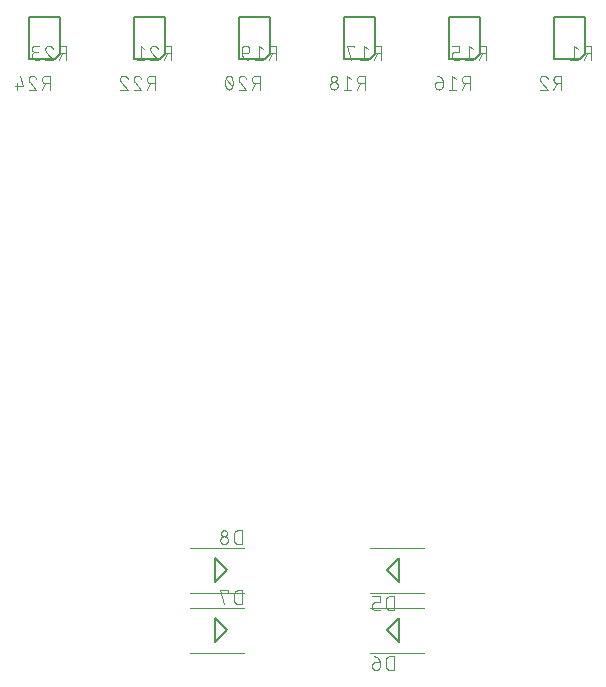
<source format=gbo>
G75*
%MOIN*%
%OFA0B0*%
%FSLAX25Y25*%
%IPPOS*%
%LPD*%
%AMOC8*
5,1,8,0,0,1.08239X$1,22.5*
%
%ADD10C,0.00500*%
%ADD11C,0.00400*%
%ADD12C,0.00800*%
D10*
X0090985Y0244017D02*
X0099843Y0244017D01*
X0101615Y0245788D01*
X0101615Y0258190D01*
X0090985Y0258190D01*
X0090985Y0244017D01*
X0125985Y0244017D02*
X0134843Y0244017D01*
X0136615Y0245788D01*
X0136615Y0258190D01*
X0125985Y0258190D01*
X0125985Y0244017D01*
X0160985Y0244017D02*
X0169843Y0244017D01*
X0171615Y0245788D01*
X0171615Y0258190D01*
X0160985Y0258190D01*
X0160985Y0244017D01*
X0195985Y0244017D02*
X0204843Y0244017D01*
X0206615Y0245788D01*
X0206615Y0258190D01*
X0195985Y0258190D01*
X0195985Y0244017D01*
X0230985Y0244017D02*
X0239843Y0244017D01*
X0241615Y0245788D01*
X0241615Y0258190D01*
X0230985Y0258190D01*
X0230985Y0244017D01*
X0265985Y0244017D02*
X0274843Y0244017D01*
X0276615Y0245788D01*
X0276615Y0258190D01*
X0265985Y0258190D01*
X0265985Y0244017D01*
D11*
X0162700Y0046300D02*
X0144900Y0046300D01*
X0144900Y0061300D02*
X0162700Y0061300D01*
X0162100Y0062500D02*
X0160822Y0062500D01*
X0160753Y0062502D01*
X0160684Y0062507D01*
X0160615Y0062517D01*
X0160547Y0062530D01*
X0160480Y0062547D01*
X0160414Y0062567D01*
X0160349Y0062591D01*
X0160285Y0062618D01*
X0160223Y0062649D01*
X0160163Y0062683D01*
X0160105Y0062720D01*
X0160049Y0062761D01*
X0159995Y0062804D01*
X0159943Y0062850D01*
X0159894Y0062899D01*
X0159848Y0062951D01*
X0159805Y0063005D01*
X0159764Y0063061D01*
X0159727Y0063119D01*
X0159693Y0063179D01*
X0159662Y0063241D01*
X0159635Y0063305D01*
X0159611Y0063370D01*
X0159591Y0063436D01*
X0159574Y0063503D01*
X0159561Y0063571D01*
X0159551Y0063640D01*
X0159546Y0063709D01*
X0159544Y0063778D01*
X0159544Y0065822D01*
X0159546Y0065891D01*
X0159551Y0065960D01*
X0159561Y0066029D01*
X0159574Y0066097D01*
X0159591Y0066164D01*
X0159611Y0066230D01*
X0159635Y0066295D01*
X0159662Y0066359D01*
X0159693Y0066421D01*
X0159727Y0066481D01*
X0159764Y0066539D01*
X0159805Y0066595D01*
X0159848Y0066649D01*
X0159894Y0066701D01*
X0159943Y0066750D01*
X0159995Y0066796D01*
X0160049Y0066839D01*
X0160105Y0066880D01*
X0160163Y0066917D01*
X0160223Y0066951D01*
X0160285Y0066982D01*
X0160349Y0067009D01*
X0160414Y0067033D01*
X0160480Y0067053D01*
X0160547Y0067070D01*
X0160615Y0067083D01*
X0160684Y0067093D01*
X0160753Y0067098D01*
X0160822Y0067100D01*
X0162100Y0067100D01*
X0162100Y0062500D01*
X0162700Y0066300D02*
X0144900Y0066300D01*
X0154894Y0067100D02*
X0156172Y0062500D01*
X0157450Y0066589D02*
X0157450Y0067100D01*
X0154894Y0067100D01*
X0162700Y0081300D02*
X0144900Y0081300D01*
X0154894Y0083778D02*
X0154896Y0083708D01*
X0154902Y0083637D01*
X0154911Y0083568D01*
X0154925Y0083499D01*
X0154942Y0083430D01*
X0154963Y0083363D01*
X0154988Y0083297D01*
X0155016Y0083233D01*
X0155048Y0083170D01*
X0155083Y0083109D01*
X0155122Y0083050D01*
X0155163Y0082993D01*
X0155208Y0082939D01*
X0155256Y0082887D01*
X0155306Y0082838D01*
X0155360Y0082791D01*
X0155415Y0082748D01*
X0155473Y0082708D01*
X0155533Y0082671D01*
X0155595Y0082638D01*
X0155659Y0082608D01*
X0155724Y0082581D01*
X0155790Y0082558D01*
X0155858Y0082539D01*
X0155927Y0082524D01*
X0155996Y0082512D01*
X0156066Y0082504D01*
X0156137Y0082500D01*
X0156207Y0082500D01*
X0156278Y0082504D01*
X0156348Y0082512D01*
X0156417Y0082524D01*
X0156486Y0082539D01*
X0156554Y0082558D01*
X0156620Y0082581D01*
X0156685Y0082608D01*
X0156749Y0082638D01*
X0156811Y0082671D01*
X0156871Y0082708D01*
X0156929Y0082748D01*
X0156984Y0082791D01*
X0157038Y0082838D01*
X0157088Y0082887D01*
X0157136Y0082939D01*
X0157181Y0082993D01*
X0157222Y0083050D01*
X0157261Y0083109D01*
X0157296Y0083170D01*
X0157328Y0083233D01*
X0157356Y0083297D01*
X0157381Y0083363D01*
X0157402Y0083430D01*
X0157419Y0083499D01*
X0157433Y0083568D01*
X0157442Y0083637D01*
X0157448Y0083708D01*
X0157450Y0083778D01*
X0157448Y0083848D01*
X0157442Y0083919D01*
X0157433Y0083988D01*
X0157419Y0084057D01*
X0157402Y0084126D01*
X0157381Y0084193D01*
X0157356Y0084259D01*
X0157328Y0084323D01*
X0157296Y0084386D01*
X0157261Y0084447D01*
X0157222Y0084506D01*
X0157181Y0084563D01*
X0157136Y0084617D01*
X0157088Y0084669D01*
X0157038Y0084718D01*
X0156984Y0084765D01*
X0156929Y0084808D01*
X0156871Y0084848D01*
X0156811Y0084885D01*
X0156749Y0084918D01*
X0156685Y0084948D01*
X0156620Y0084975D01*
X0156554Y0084998D01*
X0156486Y0085017D01*
X0156417Y0085032D01*
X0156348Y0085044D01*
X0156278Y0085052D01*
X0156207Y0085056D01*
X0156137Y0085056D01*
X0156066Y0085052D01*
X0155996Y0085044D01*
X0155927Y0085032D01*
X0155858Y0085017D01*
X0155790Y0084998D01*
X0155724Y0084975D01*
X0155659Y0084948D01*
X0155595Y0084918D01*
X0155533Y0084885D01*
X0155473Y0084848D01*
X0155415Y0084808D01*
X0155360Y0084765D01*
X0155306Y0084718D01*
X0155256Y0084669D01*
X0155208Y0084617D01*
X0155163Y0084563D01*
X0155122Y0084506D01*
X0155083Y0084447D01*
X0155048Y0084386D01*
X0155016Y0084323D01*
X0154988Y0084259D01*
X0154963Y0084193D01*
X0154942Y0084126D01*
X0154925Y0084057D01*
X0154911Y0083988D01*
X0154902Y0083919D01*
X0154896Y0083848D01*
X0154894Y0083778D01*
X0155150Y0086078D02*
X0155152Y0086015D01*
X0155158Y0085952D01*
X0155167Y0085890D01*
X0155181Y0085829D01*
X0155198Y0085768D01*
X0155219Y0085709D01*
X0155244Y0085651D01*
X0155272Y0085594D01*
X0155303Y0085540D01*
X0155338Y0085488D01*
X0155376Y0085437D01*
X0155417Y0085389D01*
X0155461Y0085344D01*
X0155507Y0085302D01*
X0155556Y0085262D01*
X0155607Y0085226D01*
X0155661Y0085193D01*
X0155716Y0085163D01*
X0155774Y0085137D01*
X0155832Y0085114D01*
X0155892Y0085095D01*
X0155953Y0085080D01*
X0156015Y0085068D01*
X0156078Y0085060D01*
X0156141Y0085056D01*
X0156203Y0085056D01*
X0156266Y0085060D01*
X0156329Y0085068D01*
X0156391Y0085080D01*
X0156452Y0085095D01*
X0156512Y0085114D01*
X0156570Y0085137D01*
X0156628Y0085163D01*
X0156683Y0085193D01*
X0156737Y0085226D01*
X0156788Y0085262D01*
X0156837Y0085302D01*
X0156883Y0085344D01*
X0156927Y0085389D01*
X0156968Y0085437D01*
X0157006Y0085488D01*
X0157041Y0085540D01*
X0157072Y0085594D01*
X0157100Y0085651D01*
X0157125Y0085709D01*
X0157146Y0085768D01*
X0157163Y0085829D01*
X0157177Y0085890D01*
X0157186Y0085952D01*
X0157192Y0086015D01*
X0157194Y0086078D01*
X0157192Y0086141D01*
X0157186Y0086204D01*
X0157177Y0086266D01*
X0157163Y0086327D01*
X0157146Y0086388D01*
X0157125Y0086447D01*
X0157100Y0086505D01*
X0157072Y0086562D01*
X0157041Y0086616D01*
X0157006Y0086668D01*
X0156968Y0086719D01*
X0156927Y0086767D01*
X0156883Y0086812D01*
X0156837Y0086854D01*
X0156788Y0086894D01*
X0156737Y0086930D01*
X0156683Y0086963D01*
X0156628Y0086993D01*
X0156570Y0087019D01*
X0156512Y0087042D01*
X0156452Y0087061D01*
X0156391Y0087076D01*
X0156329Y0087088D01*
X0156266Y0087096D01*
X0156203Y0087100D01*
X0156141Y0087100D01*
X0156078Y0087096D01*
X0156015Y0087088D01*
X0155953Y0087076D01*
X0155892Y0087061D01*
X0155832Y0087042D01*
X0155774Y0087019D01*
X0155716Y0086993D01*
X0155661Y0086963D01*
X0155607Y0086930D01*
X0155556Y0086894D01*
X0155507Y0086854D01*
X0155461Y0086812D01*
X0155417Y0086767D01*
X0155376Y0086719D01*
X0155338Y0086668D01*
X0155303Y0086616D01*
X0155272Y0086562D01*
X0155244Y0086505D01*
X0155219Y0086447D01*
X0155198Y0086388D01*
X0155181Y0086327D01*
X0155167Y0086266D01*
X0155158Y0086204D01*
X0155152Y0086141D01*
X0155150Y0086078D01*
X0159544Y0085822D02*
X0159544Y0083778D01*
X0159546Y0083709D01*
X0159551Y0083640D01*
X0159561Y0083571D01*
X0159574Y0083503D01*
X0159591Y0083436D01*
X0159611Y0083370D01*
X0159635Y0083305D01*
X0159662Y0083241D01*
X0159693Y0083179D01*
X0159727Y0083119D01*
X0159764Y0083061D01*
X0159805Y0083005D01*
X0159848Y0082951D01*
X0159894Y0082899D01*
X0159943Y0082850D01*
X0159995Y0082804D01*
X0160049Y0082761D01*
X0160105Y0082720D01*
X0160163Y0082683D01*
X0160223Y0082649D01*
X0160285Y0082618D01*
X0160349Y0082591D01*
X0160414Y0082567D01*
X0160480Y0082547D01*
X0160547Y0082530D01*
X0160615Y0082517D01*
X0160684Y0082507D01*
X0160753Y0082502D01*
X0160822Y0082500D01*
X0162100Y0082500D01*
X0162100Y0087100D01*
X0160822Y0087100D01*
X0160753Y0087098D01*
X0160684Y0087093D01*
X0160615Y0087083D01*
X0160547Y0087070D01*
X0160480Y0087053D01*
X0160414Y0087033D01*
X0160349Y0087009D01*
X0160285Y0086982D01*
X0160223Y0086951D01*
X0160163Y0086917D01*
X0160105Y0086880D01*
X0160049Y0086839D01*
X0159995Y0086796D01*
X0159943Y0086750D01*
X0159894Y0086701D01*
X0159848Y0086649D01*
X0159805Y0086595D01*
X0159764Y0086539D01*
X0159727Y0086481D01*
X0159693Y0086421D01*
X0159662Y0086359D01*
X0159635Y0086295D01*
X0159611Y0086230D01*
X0159591Y0086164D01*
X0159574Y0086097D01*
X0159561Y0086029D01*
X0159551Y0085960D01*
X0159546Y0085891D01*
X0159544Y0085822D01*
X0204900Y0081300D02*
X0222700Y0081300D01*
X0222700Y0066300D02*
X0204900Y0066300D01*
X0205500Y0065100D02*
X0208056Y0065100D01*
X0208056Y0063056D01*
X0206522Y0063056D01*
X0206522Y0063055D02*
X0206460Y0063053D01*
X0206399Y0063048D01*
X0206338Y0063038D01*
X0206277Y0063025D01*
X0206218Y0063009D01*
X0206160Y0062989D01*
X0206103Y0062965D01*
X0206047Y0062938D01*
X0205993Y0062908D01*
X0205941Y0062874D01*
X0205892Y0062838D01*
X0205844Y0062798D01*
X0205799Y0062756D01*
X0205757Y0062711D01*
X0205717Y0062663D01*
X0205681Y0062614D01*
X0205647Y0062562D01*
X0205617Y0062508D01*
X0205590Y0062452D01*
X0205566Y0062395D01*
X0205546Y0062337D01*
X0205530Y0062278D01*
X0205517Y0062217D01*
X0205507Y0062156D01*
X0205502Y0062095D01*
X0205500Y0062033D01*
X0205500Y0061522D01*
X0204900Y0061300D02*
X0222700Y0061300D01*
X0212706Y0060500D02*
X0211428Y0060500D01*
X0212706Y0060500D02*
X0212706Y0065100D01*
X0211428Y0065100D01*
X0211359Y0065098D01*
X0211290Y0065093D01*
X0211221Y0065083D01*
X0211153Y0065070D01*
X0211086Y0065053D01*
X0211020Y0065033D01*
X0210955Y0065009D01*
X0210891Y0064982D01*
X0210829Y0064951D01*
X0210769Y0064917D01*
X0210711Y0064880D01*
X0210655Y0064839D01*
X0210601Y0064796D01*
X0210549Y0064750D01*
X0210500Y0064701D01*
X0210454Y0064649D01*
X0210411Y0064595D01*
X0210370Y0064539D01*
X0210333Y0064481D01*
X0210299Y0064421D01*
X0210268Y0064359D01*
X0210241Y0064295D01*
X0210217Y0064230D01*
X0210197Y0064164D01*
X0210180Y0064097D01*
X0210167Y0064029D01*
X0210157Y0063960D01*
X0210152Y0063891D01*
X0210150Y0063822D01*
X0210150Y0061778D01*
X0210152Y0061709D01*
X0210157Y0061640D01*
X0210167Y0061571D01*
X0210180Y0061503D01*
X0210197Y0061436D01*
X0210217Y0061370D01*
X0210241Y0061305D01*
X0210268Y0061241D01*
X0210299Y0061179D01*
X0210333Y0061119D01*
X0210370Y0061061D01*
X0210411Y0061005D01*
X0210454Y0060951D01*
X0210500Y0060899D01*
X0210549Y0060850D01*
X0210601Y0060804D01*
X0210655Y0060761D01*
X0210711Y0060720D01*
X0210769Y0060683D01*
X0210829Y0060649D01*
X0210891Y0060618D01*
X0210955Y0060591D01*
X0211020Y0060567D01*
X0211086Y0060547D01*
X0211153Y0060530D01*
X0211221Y0060517D01*
X0211290Y0060507D01*
X0211359Y0060502D01*
X0211428Y0060500D01*
X0208056Y0060500D02*
X0206522Y0060500D01*
X0206460Y0060502D01*
X0206399Y0060507D01*
X0206338Y0060517D01*
X0206277Y0060530D01*
X0206218Y0060546D01*
X0206160Y0060566D01*
X0206103Y0060590D01*
X0206047Y0060617D01*
X0205993Y0060647D01*
X0205941Y0060681D01*
X0205892Y0060717D01*
X0205844Y0060757D01*
X0205799Y0060799D01*
X0205757Y0060844D01*
X0205717Y0060892D01*
X0205681Y0060941D01*
X0205647Y0060993D01*
X0205617Y0061047D01*
X0205590Y0061103D01*
X0205566Y0061160D01*
X0205546Y0061218D01*
X0205530Y0061277D01*
X0205517Y0061338D01*
X0205507Y0061399D01*
X0205502Y0061460D01*
X0205500Y0061522D01*
X0204900Y0046300D02*
X0222700Y0046300D01*
X0212706Y0045100D02*
X0212706Y0040500D01*
X0211428Y0040500D01*
X0211359Y0040502D01*
X0211290Y0040507D01*
X0211221Y0040517D01*
X0211153Y0040530D01*
X0211086Y0040547D01*
X0211020Y0040567D01*
X0210955Y0040591D01*
X0210891Y0040618D01*
X0210829Y0040649D01*
X0210769Y0040683D01*
X0210711Y0040720D01*
X0210655Y0040761D01*
X0210601Y0040804D01*
X0210549Y0040850D01*
X0210500Y0040899D01*
X0210454Y0040951D01*
X0210411Y0041005D01*
X0210370Y0041061D01*
X0210333Y0041119D01*
X0210299Y0041179D01*
X0210268Y0041241D01*
X0210241Y0041305D01*
X0210217Y0041370D01*
X0210197Y0041436D01*
X0210180Y0041503D01*
X0210167Y0041571D01*
X0210157Y0041640D01*
X0210152Y0041709D01*
X0210150Y0041778D01*
X0210150Y0043822D01*
X0210152Y0043891D01*
X0210157Y0043960D01*
X0210167Y0044029D01*
X0210180Y0044097D01*
X0210197Y0044164D01*
X0210217Y0044230D01*
X0210241Y0044295D01*
X0210268Y0044359D01*
X0210299Y0044421D01*
X0210333Y0044481D01*
X0210370Y0044539D01*
X0210411Y0044595D01*
X0210454Y0044649D01*
X0210500Y0044701D01*
X0210549Y0044750D01*
X0210601Y0044796D01*
X0210655Y0044839D01*
X0210711Y0044880D01*
X0210769Y0044917D01*
X0210829Y0044951D01*
X0210891Y0044982D01*
X0210955Y0045009D01*
X0211020Y0045033D01*
X0211086Y0045053D01*
X0211153Y0045070D01*
X0211221Y0045083D01*
X0211290Y0045093D01*
X0211359Y0045098D01*
X0211428Y0045100D01*
X0212706Y0045100D01*
X0208056Y0043056D02*
X0208056Y0041778D01*
X0208056Y0043056D02*
X0206522Y0043056D01*
X0208055Y0043056D02*
X0208053Y0043145D01*
X0208047Y0043234D01*
X0208038Y0043323D01*
X0208024Y0043411D01*
X0208007Y0043498D01*
X0207985Y0043585D01*
X0207960Y0043671D01*
X0207932Y0043755D01*
X0207899Y0043838D01*
X0207863Y0043920D01*
X0207824Y0044000D01*
X0207781Y0044078D01*
X0207735Y0044154D01*
X0207685Y0044228D01*
X0207633Y0044300D01*
X0207577Y0044370D01*
X0207518Y0044437D01*
X0207456Y0044501D01*
X0207392Y0044563D01*
X0207325Y0044622D01*
X0207255Y0044678D01*
X0207183Y0044730D01*
X0207109Y0044780D01*
X0207033Y0044826D01*
X0206955Y0044869D01*
X0206875Y0044908D01*
X0206793Y0044944D01*
X0206710Y0044977D01*
X0206626Y0045005D01*
X0206540Y0045030D01*
X0206453Y0045052D01*
X0206366Y0045069D01*
X0206278Y0045083D01*
X0206189Y0045092D01*
X0206100Y0045098D01*
X0206011Y0045100D01*
X0205500Y0042033D02*
X0205500Y0041778D01*
X0205500Y0042033D02*
X0205502Y0042095D01*
X0205507Y0042156D01*
X0205517Y0042217D01*
X0205530Y0042278D01*
X0205546Y0042337D01*
X0205566Y0042395D01*
X0205590Y0042452D01*
X0205617Y0042508D01*
X0205647Y0042562D01*
X0205681Y0042614D01*
X0205717Y0042663D01*
X0205757Y0042711D01*
X0205799Y0042756D01*
X0205844Y0042798D01*
X0205892Y0042838D01*
X0205941Y0042874D01*
X0205993Y0042908D01*
X0206047Y0042938D01*
X0206103Y0042965D01*
X0206160Y0042989D01*
X0206218Y0043009D01*
X0206277Y0043025D01*
X0206338Y0043038D01*
X0206399Y0043048D01*
X0206460Y0043053D01*
X0206522Y0043055D01*
X0205500Y0041778D02*
X0205502Y0041708D01*
X0205508Y0041637D01*
X0205517Y0041568D01*
X0205531Y0041499D01*
X0205548Y0041430D01*
X0205569Y0041363D01*
X0205594Y0041297D01*
X0205622Y0041233D01*
X0205654Y0041170D01*
X0205689Y0041109D01*
X0205728Y0041050D01*
X0205769Y0040993D01*
X0205814Y0040939D01*
X0205862Y0040887D01*
X0205912Y0040838D01*
X0205966Y0040791D01*
X0206021Y0040748D01*
X0206079Y0040708D01*
X0206139Y0040671D01*
X0206201Y0040638D01*
X0206265Y0040608D01*
X0206330Y0040581D01*
X0206396Y0040558D01*
X0206464Y0040539D01*
X0206533Y0040524D01*
X0206602Y0040512D01*
X0206672Y0040504D01*
X0206743Y0040500D01*
X0206813Y0040500D01*
X0206884Y0040504D01*
X0206954Y0040512D01*
X0207023Y0040524D01*
X0207092Y0040539D01*
X0207160Y0040558D01*
X0207226Y0040581D01*
X0207291Y0040608D01*
X0207355Y0040638D01*
X0207417Y0040671D01*
X0207477Y0040708D01*
X0207535Y0040748D01*
X0207590Y0040791D01*
X0207644Y0040838D01*
X0207694Y0040887D01*
X0207742Y0040939D01*
X0207787Y0040993D01*
X0207828Y0041050D01*
X0207867Y0041109D01*
X0207902Y0041170D01*
X0207934Y0041233D01*
X0207962Y0041297D01*
X0207987Y0041363D01*
X0208008Y0041430D01*
X0208025Y0041499D01*
X0208039Y0041568D01*
X0208048Y0041637D01*
X0208054Y0041708D01*
X0208056Y0041778D01*
X0203027Y0234000D02*
X0203027Y0238600D01*
X0201749Y0238600D01*
X0201679Y0238598D01*
X0201608Y0238592D01*
X0201539Y0238583D01*
X0201470Y0238569D01*
X0201401Y0238552D01*
X0201334Y0238531D01*
X0201268Y0238506D01*
X0201204Y0238478D01*
X0201141Y0238446D01*
X0201080Y0238411D01*
X0201021Y0238372D01*
X0200964Y0238331D01*
X0200910Y0238286D01*
X0200858Y0238238D01*
X0200809Y0238188D01*
X0200762Y0238134D01*
X0200719Y0238079D01*
X0200679Y0238021D01*
X0200642Y0237961D01*
X0200609Y0237899D01*
X0200579Y0237835D01*
X0200552Y0237770D01*
X0200529Y0237704D01*
X0200510Y0237636D01*
X0200495Y0237567D01*
X0200483Y0237498D01*
X0200475Y0237428D01*
X0200471Y0237357D01*
X0200471Y0237287D01*
X0200475Y0237216D01*
X0200483Y0237146D01*
X0200495Y0237077D01*
X0200510Y0237008D01*
X0200529Y0236940D01*
X0200552Y0236874D01*
X0200579Y0236809D01*
X0200609Y0236745D01*
X0200642Y0236683D01*
X0200679Y0236623D01*
X0200719Y0236565D01*
X0200762Y0236510D01*
X0200809Y0236456D01*
X0200858Y0236406D01*
X0200910Y0236358D01*
X0200964Y0236313D01*
X0201021Y0236272D01*
X0201080Y0236233D01*
X0201141Y0236198D01*
X0201204Y0236166D01*
X0201268Y0236138D01*
X0201334Y0236113D01*
X0201401Y0236092D01*
X0201470Y0236075D01*
X0201539Y0236061D01*
X0201608Y0236052D01*
X0201679Y0236046D01*
X0201749Y0236044D01*
X0203027Y0236044D01*
X0201493Y0236044D02*
X0200471Y0234000D01*
X0198556Y0234000D02*
X0196000Y0234000D01*
X0197278Y0234000D02*
X0197278Y0238600D01*
X0198556Y0237578D01*
X0193800Y0237578D02*
X0193798Y0237515D01*
X0193792Y0237452D01*
X0193783Y0237390D01*
X0193769Y0237329D01*
X0193752Y0237268D01*
X0193731Y0237209D01*
X0193706Y0237151D01*
X0193678Y0237094D01*
X0193647Y0237040D01*
X0193612Y0236988D01*
X0193574Y0236937D01*
X0193533Y0236889D01*
X0193489Y0236844D01*
X0193443Y0236802D01*
X0193394Y0236762D01*
X0193343Y0236726D01*
X0193289Y0236693D01*
X0193234Y0236663D01*
X0193176Y0236637D01*
X0193118Y0236614D01*
X0193058Y0236595D01*
X0192997Y0236580D01*
X0192935Y0236568D01*
X0192872Y0236560D01*
X0192809Y0236556D01*
X0192747Y0236556D01*
X0192684Y0236560D01*
X0192621Y0236568D01*
X0192559Y0236580D01*
X0192498Y0236595D01*
X0192438Y0236614D01*
X0192380Y0236637D01*
X0192322Y0236663D01*
X0192267Y0236693D01*
X0192213Y0236726D01*
X0192162Y0236762D01*
X0192113Y0236802D01*
X0192067Y0236844D01*
X0192023Y0236889D01*
X0191982Y0236937D01*
X0191944Y0236988D01*
X0191909Y0237040D01*
X0191878Y0237094D01*
X0191850Y0237151D01*
X0191825Y0237209D01*
X0191804Y0237268D01*
X0191787Y0237329D01*
X0191773Y0237390D01*
X0191764Y0237452D01*
X0191758Y0237515D01*
X0191756Y0237578D01*
X0191758Y0237641D01*
X0191764Y0237704D01*
X0191773Y0237766D01*
X0191787Y0237827D01*
X0191804Y0237888D01*
X0191825Y0237947D01*
X0191850Y0238005D01*
X0191878Y0238062D01*
X0191909Y0238116D01*
X0191944Y0238168D01*
X0191982Y0238219D01*
X0192023Y0238267D01*
X0192067Y0238312D01*
X0192113Y0238354D01*
X0192162Y0238394D01*
X0192213Y0238430D01*
X0192267Y0238463D01*
X0192322Y0238493D01*
X0192380Y0238519D01*
X0192438Y0238542D01*
X0192498Y0238561D01*
X0192559Y0238576D01*
X0192621Y0238588D01*
X0192684Y0238596D01*
X0192747Y0238600D01*
X0192809Y0238600D01*
X0192872Y0238596D01*
X0192935Y0238588D01*
X0192997Y0238576D01*
X0193058Y0238561D01*
X0193118Y0238542D01*
X0193176Y0238519D01*
X0193234Y0238493D01*
X0193289Y0238463D01*
X0193343Y0238430D01*
X0193394Y0238394D01*
X0193443Y0238354D01*
X0193489Y0238312D01*
X0193533Y0238267D01*
X0193574Y0238219D01*
X0193612Y0238168D01*
X0193647Y0238116D01*
X0193678Y0238062D01*
X0193706Y0238005D01*
X0193731Y0237947D01*
X0193752Y0237888D01*
X0193769Y0237827D01*
X0193783Y0237766D01*
X0193792Y0237704D01*
X0193798Y0237641D01*
X0193800Y0237578D01*
X0194056Y0235278D02*
X0194054Y0235208D01*
X0194048Y0235137D01*
X0194039Y0235068D01*
X0194025Y0234999D01*
X0194008Y0234930D01*
X0193987Y0234863D01*
X0193962Y0234797D01*
X0193934Y0234733D01*
X0193902Y0234670D01*
X0193867Y0234609D01*
X0193828Y0234550D01*
X0193787Y0234493D01*
X0193742Y0234439D01*
X0193694Y0234387D01*
X0193644Y0234338D01*
X0193590Y0234291D01*
X0193535Y0234248D01*
X0193477Y0234208D01*
X0193417Y0234171D01*
X0193355Y0234138D01*
X0193291Y0234108D01*
X0193226Y0234081D01*
X0193160Y0234058D01*
X0193092Y0234039D01*
X0193023Y0234024D01*
X0192954Y0234012D01*
X0192884Y0234004D01*
X0192813Y0234000D01*
X0192743Y0234000D01*
X0192672Y0234004D01*
X0192602Y0234012D01*
X0192533Y0234024D01*
X0192464Y0234039D01*
X0192396Y0234058D01*
X0192330Y0234081D01*
X0192265Y0234108D01*
X0192201Y0234138D01*
X0192139Y0234171D01*
X0192079Y0234208D01*
X0192021Y0234248D01*
X0191966Y0234291D01*
X0191912Y0234338D01*
X0191862Y0234387D01*
X0191814Y0234439D01*
X0191769Y0234493D01*
X0191728Y0234550D01*
X0191689Y0234609D01*
X0191654Y0234670D01*
X0191622Y0234733D01*
X0191594Y0234797D01*
X0191569Y0234863D01*
X0191548Y0234930D01*
X0191531Y0234999D01*
X0191517Y0235068D01*
X0191508Y0235137D01*
X0191502Y0235208D01*
X0191500Y0235278D01*
X0191502Y0235348D01*
X0191508Y0235419D01*
X0191517Y0235488D01*
X0191531Y0235557D01*
X0191548Y0235626D01*
X0191569Y0235693D01*
X0191594Y0235759D01*
X0191622Y0235823D01*
X0191654Y0235886D01*
X0191689Y0235947D01*
X0191728Y0236006D01*
X0191769Y0236063D01*
X0191814Y0236117D01*
X0191862Y0236169D01*
X0191912Y0236218D01*
X0191966Y0236265D01*
X0192021Y0236308D01*
X0192079Y0236348D01*
X0192139Y0236385D01*
X0192201Y0236418D01*
X0192265Y0236448D01*
X0192330Y0236475D01*
X0192396Y0236498D01*
X0192464Y0236517D01*
X0192533Y0236532D01*
X0192602Y0236544D01*
X0192672Y0236552D01*
X0192743Y0236556D01*
X0192813Y0236556D01*
X0192884Y0236552D01*
X0192954Y0236544D01*
X0193023Y0236532D01*
X0193092Y0236517D01*
X0193160Y0236498D01*
X0193226Y0236475D01*
X0193291Y0236448D01*
X0193355Y0236418D01*
X0193417Y0236385D01*
X0193477Y0236348D01*
X0193535Y0236308D01*
X0193590Y0236265D01*
X0193644Y0236218D01*
X0193694Y0236169D01*
X0193742Y0236117D01*
X0193787Y0236063D01*
X0193828Y0236006D01*
X0193867Y0235947D01*
X0193902Y0235886D01*
X0193934Y0235823D01*
X0193962Y0235759D01*
X0193987Y0235693D01*
X0194008Y0235626D01*
X0194025Y0235557D01*
X0194039Y0235488D01*
X0194048Y0235419D01*
X0194054Y0235348D01*
X0194056Y0235278D01*
X0198351Y0244000D02*
X0197073Y0248600D01*
X0199629Y0248600D01*
X0199629Y0248089D01*
X0202851Y0248600D02*
X0202851Y0244000D01*
X0204129Y0244000D02*
X0201573Y0244000D01*
X0204129Y0247578D02*
X0202851Y0248600D01*
X0207322Y0248600D02*
X0208600Y0248600D01*
X0208600Y0244000D01*
X0208600Y0246044D02*
X0207322Y0246044D01*
X0207067Y0246044D02*
X0206044Y0244000D01*
X0207322Y0246044D02*
X0207252Y0246046D01*
X0207181Y0246052D01*
X0207112Y0246061D01*
X0207043Y0246075D01*
X0206974Y0246092D01*
X0206907Y0246113D01*
X0206841Y0246138D01*
X0206777Y0246166D01*
X0206714Y0246198D01*
X0206653Y0246233D01*
X0206594Y0246272D01*
X0206537Y0246313D01*
X0206483Y0246358D01*
X0206431Y0246406D01*
X0206382Y0246456D01*
X0206335Y0246510D01*
X0206292Y0246565D01*
X0206252Y0246623D01*
X0206215Y0246683D01*
X0206182Y0246745D01*
X0206152Y0246809D01*
X0206125Y0246874D01*
X0206102Y0246940D01*
X0206083Y0247008D01*
X0206068Y0247077D01*
X0206056Y0247146D01*
X0206048Y0247216D01*
X0206044Y0247287D01*
X0206044Y0247357D01*
X0206048Y0247428D01*
X0206056Y0247498D01*
X0206068Y0247567D01*
X0206083Y0247636D01*
X0206102Y0247704D01*
X0206125Y0247770D01*
X0206152Y0247835D01*
X0206182Y0247899D01*
X0206215Y0247961D01*
X0206252Y0248021D01*
X0206292Y0248079D01*
X0206335Y0248134D01*
X0206382Y0248188D01*
X0206431Y0248238D01*
X0206483Y0248286D01*
X0206537Y0248331D01*
X0206594Y0248372D01*
X0206653Y0248411D01*
X0206714Y0248446D01*
X0206777Y0248478D01*
X0206841Y0248506D01*
X0206907Y0248531D01*
X0206974Y0248552D01*
X0207043Y0248569D01*
X0207112Y0248583D01*
X0207181Y0248592D01*
X0207252Y0248598D01*
X0207322Y0248600D01*
X0227011Y0238600D02*
X0227100Y0238598D01*
X0227189Y0238592D01*
X0227278Y0238583D01*
X0227366Y0238569D01*
X0227453Y0238552D01*
X0227540Y0238530D01*
X0227626Y0238505D01*
X0227710Y0238477D01*
X0227793Y0238444D01*
X0227875Y0238408D01*
X0227955Y0238369D01*
X0228033Y0238326D01*
X0228109Y0238280D01*
X0228183Y0238230D01*
X0228255Y0238178D01*
X0228325Y0238122D01*
X0228392Y0238063D01*
X0228456Y0238001D01*
X0228518Y0237937D01*
X0228577Y0237870D01*
X0228633Y0237800D01*
X0228685Y0237728D01*
X0228735Y0237654D01*
X0228781Y0237578D01*
X0228824Y0237500D01*
X0228863Y0237420D01*
X0228899Y0237338D01*
X0228932Y0237255D01*
X0228960Y0237171D01*
X0228985Y0237085D01*
X0229007Y0236998D01*
X0229024Y0236911D01*
X0229038Y0236823D01*
X0229047Y0236734D01*
X0229053Y0236645D01*
X0229055Y0236556D01*
X0229056Y0236556D02*
X0229056Y0235278D01*
X0229056Y0236556D02*
X0227522Y0236556D01*
X0227522Y0236555D02*
X0227460Y0236553D01*
X0227399Y0236548D01*
X0227338Y0236538D01*
X0227277Y0236525D01*
X0227218Y0236509D01*
X0227160Y0236489D01*
X0227103Y0236465D01*
X0227047Y0236438D01*
X0226993Y0236408D01*
X0226941Y0236374D01*
X0226892Y0236338D01*
X0226844Y0236298D01*
X0226799Y0236256D01*
X0226757Y0236211D01*
X0226717Y0236163D01*
X0226681Y0236114D01*
X0226647Y0236062D01*
X0226617Y0236008D01*
X0226590Y0235952D01*
X0226566Y0235895D01*
X0226546Y0235837D01*
X0226530Y0235778D01*
X0226517Y0235717D01*
X0226507Y0235656D01*
X0226502Y0235595D01*
X0226500Y0235533D01*
X0226500Y0235278D01*
X0226502Y0235208D01*
X0226508Y0235137D01*
X0226517Y0235068D01*
X0226531Y0234999D01*
X0226548Y0234930D01*
X0226569Y0234863D01*
X0226594Y0234797D01*
X0226622Y0234733D01*
X0226654Y0234670D01*
X0226689Y0234609D01*
X0226728Y0234550D01*
X0226769Y0234493D01*
X0226814Y0234439D01*
X0226862Y0234387D01*
X0226912Y0234338D01*
X0226966Y0234291D01*
X0227021Y0234248D01*
X0227079Y0234208D01*
X0227139Y0234171D01*
X0227201Y0234138D01*
X0227265Y0234108D01*
X0227330Y0234081D01*
X0227396Y0234058D01*
X0227464Y0234039D01*
X0227533Y0234024D01*
X0227602Y0234012D01*
X0227672Y0234004D01*
X0227743Y0234000D01*
X0227813Y0234000D01*
X0227884Y0234004D01*
X0227954Y0234012D01*
X0228023Y0234024D01*
X0228092Y0234039D01*
X0228160Y0234058D01*
X0228226Y0234081D01*
X0228291Y0234108D01*
X0228355Y0234138D01*
X0228417Y0234171D01*
X0228477Y0234208D01*
X0228535Y0234248D01*
X0228590Y0234291D01*
X0228644Y0234338D01*
X0228694Y0234387D01*
X0228742Y0234439D01*
X0228787Y0234493D01*
X0228828Y0234550D01*
X0228867Y0234609D01*
X0228902Y0234670D01*
X0228934Y0234733D01*
X0228962Y0234797D01*
X0228987Y0234863D01*
X0229008Y0234930D01*
X0229025Y0234999D01*
X0229039Y0235068D01*
X0229048Y0235137D01*
X0229054Y0235208D01*
X0229056Y0235278D01*
X0231000Y0234000D02*
X0233556Y0234000D01*
X0232278Y0234000D02*
X0232278Y0238600D01*
X0233556Y0237578D01*
X0236749Y0238600D02*
X0236679Y0238598D01*
X0236608Y0238592D01*
X0236539Y0238583D01*
X0236470Y0238569D01*
X0236401Y0238552D01*
X0236334Y0238531D01*
X0236268Y0238506D01*
X0236204Y0238478D01*
X0236141Y0238446D01*
X0236080Y0238411D01*
X0236021Y0238372D01*
X0235964Y0238331D01*
X0235910Y0238286D01*
X0235858Y0238238D01*
X0235809Y0238188D01*
X0235762Y0238134D01*
X0235719Y0238079D01*
X0235679Y0238021D01*
X0235642Y0237961D01*
X0235609Y0237899D01*
X0235579Y0237835D01*
X0235552Y0237770D01*
X0235529Y0237704D01*
X0235510Y0237636D01*
X0235495Y0237567D01*
X0235483Y0237498D01*
X0235475Y0237428D01*
X0235471Y0237357D01*
X0235471Y0237287D01*
X0235475Y0237216D01*
X0235483Y0237146D01*
X0235495Y0237077D01*
X0235510Y0237008D01*
X0235529Y0236940D01*
X0235552Y0236874D01*
X0235579Y0236809D01*
X0235609Y0236745D01*
X0235642Y0236683D01*
X0235679Y0236623D01*
X0235719Y0236565D01*
X0235762Y0236510D01*
X0235809Y0236456D01*
X0235858Y0236406D01*
X0235910Y0236358D01*
X0235964Y0236313D01*
X0236021Y0236272D01*
X0236080Y0236233D01*
X0236141Y0236198D01*
X0236204Y0236166D01*
X0236268Y0236138D01*
X0236334Y0236113D01*
X0236401Y0236092D01*
X0236470Y0236075D01*
X0236539Y0236061D01*
X0236608Y0236052D01*
X0236679Y0236046D01*
X0236749Y0236044D01*
X0238027Y0236044D01*
X0236493Y0236044D02*
X0235471Y0234000D01*
X0238027Y0234000D02*
X0238027Y0238600D01*
X0236749Y0238600D01*
X0236573Y0244000D02*
X0239129Y0244000D01*
X0237851Y0244000D02*
X0237851Y0248600D01*
X0239129Y0247578D01*
X0242322Y0248600D02*
X0242252Y0248598D01*
X0242181Y0248592D01*
X0242112Y0248583D01*
X0242043Y0248569D01*
X0241974Y0248552D01*
X0241907Y0248531D01*
X0241841Y0248506D01*
X0241777Y0248478D01*
X0241714Y0248446D01*
X0241653Y0248411D01*
X0241594Y0248372D01*
X0241537Y0248331D01*
X0241483Y0248286D01*
X0241431Y0248238D01*
X0241382Y0248188D01*
X0241335Y0248134D01*
X0241292Y0248079D01*
X0241252Y0248021D01*
X0241215Y0247961D01*
X0241182Y0247899D01*
X0241152Y0247835D01*
X0241125Y0247770D01*
X0241102Y0247704D01*
X0241083Y0247636D01*
X0241068Y0247567D01*
X0241056Y0247498D01*
X0241048Y0247428D01*
X0241044Y0247357D01*
X0241044Y0247287D01*
X0241048Y0247216D01*
X0241056Y0247146D01*
X0241068Y0247077D01*
X0241083Y0247008D01*
X0241102Y0246940D01*
X0241125Y0246874D01*
X0241152Y0246809D01*
X0241182Y0246745D01*
X0241215Y0246683D01*
X0241252Y0246623D01*
X0241292Y0246565D01*
X0241335Y0246510D01*
X0241382Y0246456D01*
X0241431Y0246406D01*
X0241483Y0246358D01*
X0241537Y0246313D01*
X0241594Y0246272D01*
X0241653Y0246233D01*
X0241714Y0246198D01*
X0241777Y0246166D01*
X0241841Y0246138D01*
X0241907Y0246113D01*
X0241974Y0246092D01*
X0242043Y0246075D01*
X0242112Y0246061D01*
X0242181Y0246052D01*
X0242252Y0246046D01*
X0242322Y0246044D01*
X0243600Y0246044D01*
X0242067Y0246044D02*
X0241044Y0244000D01*
X0243600Y0244000D02*
X0243600Y0248600D01*
X0242322Y0248600D01*
X0234629Y0248600D02*
X0234629Y0246556D01*
X0233096Y0246556D01*
X0233096Y0246555D02*
X0233034Y0246553D01*
X0232973Y0246548D01*
X0232912Y0246538D01*
X0232851Y0246525D01*
X0232792Y0246509D01*
X0232734Y0246489D01*
X0232677Y0246465D01*
X0232621Y0246438D01*
X0232567Y0246408D01*
X0232515Y0246374D01*
X0232466Y0246338D01*
X0232418Y0246298D01*
X0232373Y0246256D01*
X0232331Y0246211D01*
X0232291Y0246163D01*
X0232255Y0246114D01*
X0232221Y0246062D01*
X0232191Y0246008D01*
X0232164Y0245952D01*
X0232140Y0245895D01*
X0232120Y0245837D01*
X0232104Y0245778D01*
X0232091Y0245717D01*
X0232081Y0245656D01*
X0232076Y0245595D01*
X0232074Y0245533D01*
X0232073Y0245533D02*
X0232073Y0245022D01*
X0232074Y0245022D02*
X0232076Y0244960D01*
X0232081Y0244899D01*
X0232091Y0244838D01*
X0232104Y0244777D01*
X0232120Y0244718D01*
X0232140Y0244660D01*
X0232164Y0244603D01*
X0232191Y0244547D01*
X0232221Y0244493D01*
X0232255Y0244441D01*
X0232291Y0244392D01*
X0232331Y0244344D01*
X0232373Y0244299D01*
X0232418Y0244257D01*
X0232466Y0244217D01*
X0232515Y0244181D01*
X0232567Y0244147D01*
X0232621Y0244117D01*
X0232677Y0244090D01*
X0232734Y0244066D01*
X0232792Y0244046D01*
X0232851Y0244030D01*
X0232912Y0244017D01*
X0232973Y0244007D01*
X0233034Y0244002D01*
X0233096Y0244000D01*
X0234629Y0244000D01*
X0234629Y0248600D02*
X0232073Y0248600D01*
X0261500Y0234000D02*
X0264056Y0234000D01*
X0261883Y0236556D01*
X0262650Y0238600D02*
X0262724Y0238598D01*
X0262798Y0238593D01*
X0262872Y0238583D01*
X0262945Y0238570D01*
X0263018Y0238554D01*
X0263089Y0238533D01*
X0263159Y0238509D01*
X0263228Y0238482D01*
X0263296Y0238451D01*
X0263362Y0238417D01*
X0263426Y0238380D01*
X0263488Y0238339D01*
X0263549Y0238295D01*
X0263606Y0238249D01*
X0263662Y0238199D01*
X0263715Y0238147D01*
X0263765Y0238092D01*
X0263812Y0238035D01*
X0263856Y0237975D01*
X0263898Y0237913D01*
X0263936Y0237850D01*
X0263971Y0237784D01*
X0264002Y0237717D01*
X0264030Y0237648D01*
X0264055Y0237578D01*
X0261883Y0236556D02*
X0261836Y0236603D01*
X0261792Y0236653D01*
X0261750Y0236705D01*
X0261711Y0236759D01*
X0261676Y0236815D01*
X0261643Y0236873D01*
X0261613Y0236933D01*
X0261587Y0236994D01*
X0261564Y0237057D01*
X0261545Y0237121D01*
X0261529Y0237185D01*
X0261516Y0237251D01*
X0261507Y0237317D01*
X0261502Y0237383D01*
X0261500Y0237450D01*
X0261502Y0237517D01*
X0261508Y0237584D01*
X0261517Y0237650D01*
X0261531Y0237715D01*
X0261548Y0237780D01*
X0261569Y0237843D01*
X0261594Y0237905D01*
X0261622Y0237966D01*
X0261654Y0238025D01*
X0261689Y0238082D01*
X0261728Y0238137D01*
X0261769Y0238189D01*
X0261814Y0238239D01*
X0261861Y0238286D01*
X0261911Y0238331D01*
X0261963Y0238372D01*
X0262018Y0238411D01*
X0262075Y0238446D01*
X0262134Y0238478D01*
X0262195Y0238506D01*
X0262257Y0238531D01*
X0262320Y0238552D01*
X0262385Y0238569D01*
X0262450Y0238583D01*
X0262516Y0238592D01*
X0262583Y0238598D01*
X0262650Y0238600D01*
X0267249Y0238600D02*
X0268527Y0238600D01*
X0268527Y0234000D01*
X0268527Y0236044D02*
X0267249Y0236044D01*
X0266993Y0236044D02*
X0265971Y0234000D01*
X0267249Y0236044D02*
X0267179Y0236046D01*
X0267108Y0236052D01*
X0267039Y0236061D01*
X0266970Y0236075D01*
X0266901Y0236092D01*
X0266834Y0236113D01*
X0266768Y0236138D01*
X0266704Y0236166D01*
X0266641Y0236198D01*
X0266580Y0236233D01*
X0266521Y0236272D01*
X0266464Y0236313D01*
X0266410Y0236358D01*
X0266358Y0236406D01*
X0266309Y0236456D01*
X0266262Y0236510D01*
X0266219Y0236565D01*
X0266179Y0236623D01*
X0266142Y0236683D01*
X0266109Y0236745D01*
X0266079Y0236809D01*
X0266052Y0236874D01*
X0266029Y0236940D01*
X0266010Y0237008D01*
X0265995Y0237077D01*
X0265983Y0237146D01*
X0265975Y0237216D01*
X0265971Y0237287D01*
X0265971Y0237357D01*
X0265975Y0237428D01*
X0265983Y0237498D01*
X0265995Y0237567D01*
X0266010Y0237636D01*
X0266029Y0237704D01*
X0266052Y0237770D01*
X0266079Y0237835D01*
X0266109Y0237899D01*
X0266142Y0237961D01*
X0266179Y0238021D01*
X0266219Y0238079D01*
X0266262Y0238134D01*
X0266309Y0238188D01*
X0266358Y0238238D01*
X0266410Y0238286D01*
X0266464Y0238331D01*
X0266521Y0238372D01*
X0266580Y0238411D01*
X0266641Y0238446D01*
X0266704Y0238478D01*
X0266768Y0238506D01*
X0266834Y0238531D01*
X0266901Y0238552D01*
X0266970Y0238569D01*
X0267039Y0238583D01*
X0267108Y0238592D01*
X0267179Y0238598D01*
X0267249Y0238600D01*
X0271573Y0244000D02*
X0274129Y0244000D01*
X0272851Y0244000D02*
X0272851Y0248600D01*
X0274129Y0247578D01*
X0277322Y0248600D02*
X0277252Y0248598D01*
X0277181Y0248592D01*
X0277112Y0248583D01*
X0277043Y0248569D01*
X0276974Y0248552D01*
X0276907Y0248531D01*
X0276841Y0248506D01*
X0276777Y0248478D01*
X0276714Y0248446D01*
X0276653Y0248411D01*
X0276594Y0248372D01*
X0276537Y0248331D01*
X0276483Y0248286D01*
X0276431Y0248238D01*
X0276382Y0248188D01*
X0276335Y0248134D01*
X0276292Y0248079D01*
X0276252Y0248021D01*
X0276215Y0247961D01*
X0276182Y0247899D01*
X0276152Y0247835D01*
X0276125Y0247770D01*
X0276102Y0247704D01*
X0276083Y0247636D01*
X0276068Y0247567D01*
X0276056Y0247498D01*
X0276048Y0247428D01*
X0276044Y0247357D01*
X0276044Y0247287D01*
X0276048Y0247216D01*
X0276056Y0247146D01*
X0276068Y0247077D01*
X0276083Y0247008D01*
X0276102Y0246940D01*
X0276125Y0246874D01*
X0276152Y0246809D01*
X0276182Y0246745D01*
X0276215Y0246683D01*
X0276252Y0246623D01*
X0276292Y0246565D01*
X0276335Y0246510D01*
X0276382Y0246456D01*
X0276431Y0246406D01*
X0276483Y0246358D01*
X0276537Y0246313D01*
X0276594Y0246272D01*
X0276653Y0246233D01*
X0276714Y0246198D01*
X0276777Y0246166D01*
X0276841Y0246138D01*
X0276907Y0246113D01*
X0276974Y0246092D01*
X0277043Y0246075D01*
X0277112Y0246061D01*
X0277181Y0246052D01*
X0277252Y0246046D01*
X0277322Y0246044D01*
X0278600Y0246044D01*
X0277067Y0246044D02*
X0276044Y0244000D01*
X0278600Y0244000D02*
X0278600Y0248600D01*
X0277322Y0248600D01*
X0173600Y0248600D02*
X0173600Y0244000D01*
X0173600Y0246044D02*
X0172322Y0246044D01*
X0172067Y0246044D02*
X0171044Y0244000D01*
X0169129Y0244000D02*
X0166573Y0244000D01*
X0167851Y0244000D02*
X0167851Y0248600D01*
X0169129Y0247578D01*
X0172322Y0248600D02*
X0172252Y0248598D01*
X0172181Y0248592D01*
X0172112Y0248583D01*
X0172043Y0248569D01*
X0171974Y0248552D01*
X0171907Y0248531D01*
X0171841Y0248506D01*
X0171777Y0248478D01*
X0171714Y0248446D01*
X0171653Y0248411D01*
X0171594Y0248372D01*
X0171537Y0248331D01*
X0171483Y0248286D01*
X0171431Y0248238D01*
X0171382Y0248188D01*
X0171335Y0248134D01*
X0171292Y0248079D01*
X0171252Y0248021D01*
X0171215Y0247961D01*
X0171182Y0247899D01*
X0171152Y0247835D01*
X0171125Y0247770D01*
X0171102Y0247704D01*
X0171083Y0247636D01*
X0171068Y0247567D01*
X0171056Y0247498D01*
X0171048Y0247428D01*
X0171044Y0247357D01*
X0171044Y0247287D01*
X0171048Y0247216D01*
X0171056Y0247146D01*
X0171068Y0247077D01*
X0171083Y0247008D01*
X0171102Y0246940D01*
X0171125Y0246874D01*
X0171152Y0246809D01*
X0171182Y0246745D01*
X0171215Y0246683D01*
X0171252Y0246623D01*
X0171292Y0246565D01*
X0171335Y0246510D01*
X0171382Y0246456D01*
X0171431Y0246406D01*
X0171483Y0246358D01*
X0171537Y0246313D01*
X0171594Y0246272D01*
X0171653Y0246233D01*
X0171714Y0246198D01*
X0171777Y0246166D01*
X0171841Y0246138D01*
X0171907Y0246113D01*
X0171974Y0246092D01*
X0172043Y0246075D01*
X0172112Y0246061D01*
X0172181Y0246052D01*
X0172252Y0246046D01*
X0172322Y0246044D01*
X0172322Y0248600D02*
X0173600Y0248600D01*
X0164629Y0247322D02*
X0164629Y0247067D01*
X0164627Y0247005D01*
X0164622Y0246944D01*
X0164612Y0246883D01*
X0164599Y0246822D01*
X0164583Y0246763D01*
X0164563Y0246705D01*
X0164539Y0246648D01*
X0164512Y0246592D01*
X0164482Y0246538D01*
X0164448Y0246486D01*
X0164412Y0246437D01*
X0164372Y0246389D01*
X0164330Y0246344D01*
X0164285Y0246302D01*
X0164237Y0246262D01*
X0164188Y0246226D01*
X0164136Y0246192D01*
X0164082Y0246162D01*
X0164026Y0246135D01*
X0163969Y0246111D01*
X0163911Y0246091D01*
X0163852Y0246075D01*
X0163791Y0246062D01*
X0163730Y0246052D01*
X0163669Y0246047D01*
X0163607Y0246045D01*
X0163607Y0246044D02*
X0162073Y0246044D01*
X0162073Y0247322D01*
X0162075Y0247392D01*
X0162081Y0247463D01*
X0162090Y0247532D01*
X0162104Y0247601D01*
X0162121Y0247670D01*
X0162142Y0247737D01*
X0162167Y0247803D01*
X0162195Y0247867D01*
X0162227Y0247930D01*
X0162262Y0247991D01*
X0162301Y0248050D01*
X0162342Y0248107D01*
X0162387Y0248161D01*
X0162435Y0248213D01*
X0162485Y0248262D01*
X0162539Y0248309D01*
X0162594Y0248352D01*
X0162652Y0248392D01*
X0162712Y0248429D01*
X0162774Y0248462D01*
X0162838Y0248492D01*
X0162903Y0248519D01*
X0162969Y0248542D01*
X0163037Y0248561D01*
X0163106Y0248576D01*
X0163175Y0248588D01*
X0163245Y0248596D01*
X0163316Y0248600D01*
X0163386Y0248600D01*
X0163457Y0248596D01*
X0163527Y0248588D01*
X0163596Y0248576D01*
X0163665Y0248561D01*
X0163733Y0248542D01*
X0163799Y0248519D01*
X0163864Y0248492D01*
X0163928Y0248462D01*
X0163990Y0248429D01*
X0164050Y0248392D01*
X0164108Y0248352D01*
X0164163Y0248309D01*
X0164217Y0248262D01*
X0164267Y0248213D01*
X0164315Y0248161D01*
X0164360Y0248107D01*
X0164401Y0248050D01*
X0164440Y0247991D01*
X0164475Y0247930D01*
X0164507Y0247867D01*
X0164535Y0247803D01*
X0164560Y0247737D01*
X0164581Y0247670D01*
X0164598Y0247601D01*
X0164612Y0247532D01*
X0164621Y0247463D01*
X0164627Y0247392D01*
X0164629Y0247322D01*
X0162074Y0246044D02*
X0162076Y0245955D01*
X0162082Y0245866D01*
X0162091Y0245777D01*
X0162105Y0245689D01*
X0162122Y0245602D01*
X0162144Y0245515D01*
X0162169Y0245429D01*
X0162197Y0245345D01*
X0162230Y0245262D01*
X0162266Y0245180D01*
X0162305Y0245100D01*
X0162348Y0245022D01*
X0162394Y0244946D01*
X0162444Y0244872D01*
X0162496Y0244800D01*
X0162552Y0244730D01*
X0162611Y0244663D01*
X0162673Y0244599D01*
X0162737Y0244537D01*
X0162804Y0244478D01*
X0162874Y0244422D01*
X0162946Y0244370D01*
X0163020Y0244320D01*
X0163096Y0244274D01*
X0163174Y0244231D01*
X0163254Y0244192D01*
X0163336Y0244156D01*
X0163419Y0244123D01*
X0163503Y0244095D01*
X0163589Y0244070D01*
X0163676Y0244048D01*
X0163763Y0244031D01*
X0163851Y0244017D01*
X0163940Y0244008D01*
X0164029Y0244002D01*
X0164118Y0244000D01*
X0166749Y0238600D02*
X0168027Y0238600D01*
X0168027Y0234000D01*
X0168027Y0236044D02*
X0166749Y0236044D01*
X0166493Y0236044D02*
X0165471Y0234000D01*
X0163556Y0234000D02*
X0161000Y0234000D01*
X0156883Y0234639D02*
X0156835Y0234743D01*
X0156789Y0234848D01*
X0156747Y0234954D01*
X0156708Y0235062D01*
X0156672Y0235171D01*
X0156640Y0235281D01*
X0156610Y0235392D01*
X0156585Y0235504D01*
X0156562Y0235616D01*
X0156543Y0235729D01*
X0156528Y0235843D01*
X0156516Y0235957D01*
X0156507Y0236071D01*
X0156502Y0236185D01*
X0156500Y0236300D01*
X0159056Y0236300D02*
X0159054Y0236415D01*
X0159049Y0236529D01*
X0159040Y0236643D01*
X0159028Y0236757D01*
X0159013Y0236871D01*
X0158994Y0236984D01*
X0158971Y0237096D01*
X0158946Y0237208D01*
X0158916Y0237319D01*
X0158884Y0237429D01*
X0158848Y0237538D01*
X0158809Y0237646D01*
X0158767Y0237752D01*
X0158721Y0237857D01*
X0158673Y0237961D01*
X0157778Y0238600D02*
X0157719Y0238598D01*
X0157661Y0238593D01*
X0157603Y0238584D01*
X0157546Y0238571D01*
X0157489Y0238555D01*
X0157434Y0238535D01*
X0157380Y0238512D01*
X0157328Y0238486D01*
X0157277Y0238456D01*
X0157228Y0238424D01*
X0157181Y0238388D01*
X0157137Y0238350D01*
X0157095Y0238309D01*
X0157056Y0238265D01*
X0157019Y0238219D01*
X0156986Y0238171D01*
X0156955Y0238121D01*
X0156928Y0238069D01*
X0156904Y0238016D01*
X0156883Y0237961D01*
X0156756Y0237578D02*
X0158800Y0235022D01*
X0157778Y0234000D02*
X0157719Y0234002D01*
X0157661Y0234007D01*
X0157603Y0234016D01*
X0157546Y0234029D01*
X0157489Y0234045D01*
X0157434Y0234065D01*
X0157380Y0234088D01*
X0157328Y0234114D01*
X0157277Y0234144D01*
X0157228Y0234176D01*
X0157182Y0234212D01*
X0157137Y0234250D01*
X0157095Y0234291D01*
X0157056Y0234335D01*
X0157019Y0234381D01*
X0156986Y0234429D01*
X0156955Y0234479D01*
X0156928Y0234531D01*
X0156904Y0234584D01*
X0156883Y0234639D01*
X0157778Y0234000D02*
X0157837Y0234002D01*
X0157895Y0234007D01*
X0157953Y0234016D01*
X0158010Y0234029D01*
X0158067Y0234045D01*
X0158122Y0234065D01*
X0158176Y0234088D01*
X0158228Y0234114D01*
X0158279Y0234144D01*
X0158328Y0234176D01*
X0158375Y0234212D01*
X0158419Y0234250D01*
X0158461Y0234291D01*
X0158500Y0234335D01*
X0158537Y0234381D01*
X0158570Y0234429D01*
X0158601Y0234479D01*
X0158628Y0234531D01*
X0158652Y0234584D01*
X0158673Y0234639D01*
X0156500Y0236300D02*
X0156502Y0236415D01*
X0156507Y0236529D01*
X0156516Y0236643D01*
X0156528Y0236757D01*
X0156543Y0236871D01*
X0156562Y0236984D01*
X0156585Y0237096D01*
X0156610Y0237208D01*
X0156640Y0237319D01*
X0156672Y0237429D01*
X0156708Y0237538D01*
X0156747Y0237646D01*
X0156789Y0237752D01*
X0156835Y0237857D01*
X0156883Y0237961D01*
X0157778Y0238600D02*
X0157837Y0238598D01*
X0157895Y0238593D01*
X0157953Y0238584D01*
X0158010Y0238571D01*
X0158067Y0238555D01*
X0158122Y0238535D01*
X0158176Y0238512D01*
X0158228Y0238486D01*
X0158279Y0238456D01*
X0158328Y0238424D01*
X0158375Y0238388D01*
X0158419Y0238350D01*
X0158461Y0238309D01*
X0158500Y0238265D01*
X0158537Y0238219D01*
X0158570Y0238171D01*
X0158601Y0238121D01*
X0158628Y0238069D01*
X0158652Y0238016D01*
X0158673Y0237961D01*
X0161383Y0236556D02*
X0163556Y0234000D01*
X0163555Y0237578D02*
X0163530Y0237648D01*
X0163502Y0237717D01*
X0163471Y0237784D01*
X0163436Y0237850D01*
X0163398Y0237913D01*
X0163356Y0237975D01*
X0163312Y0238035D01*
X0163265Y0238092D01*
X0163215Y0238147D01*
X0163162Y0238199D01*
X0163106Y0238249D01*
X0163049Y0238295D01*
X0162988Y0238339D01*
X0162926Y0238380D01*
X0162862Y0238417D01*
X0162796Y0238451D01*
X0162728Y0238482D01*
X0162659Y0238509D01*
X0162589Y0238533D01*
X0162518Y0238554D01*
X0162445Y0238570D01*
X0162372Y0238583D01*
X0162298Y0238593D01*
X0162224Y0238598D01*
X0162150Y0238600D01*
X0162083Y0238598D01*
X0162016Y0238592D01*
X0161950Y0238583D01*
X0161885Y0238569D01*
X0161820Y0238552D01*
X0161757Y0238531D01*
X0161695Y0238506D01*
X0161634Y0238478D01*
X0161575Y0238446D01*
X0161518Y0238411D01*
X0161463Y0238372D01*
X0161411Y0238331D01*
X0161361Y0238286D01*
X0161314Y0238239D01*
X0161269Y0238189D01*
X0161228Y0238137D01*
X0161189Y0238082D01*
X0161154Y0238025D01*
X0161122Y0237966D01*
X0161094Y0237905D01*
X0161069Y0237843D01*
X0161048Y0237780D01*
X0161031Y0237715D01*
X0161017Y0237650D01*
X0161008Y0237584D01*
X0161002Y0237517D01*
X0161000Y0237450D01*
X0161002Y0237383D01*
X0161007Y0237317D01*
X0161016Y0237251D01*
X0161029Y0237185D01*
X0161045Y0237121D01*
X0161064Y0237057D01*
X0161087Y0236994D01*
X0161113Y0236933D01*
X0161143Y0236873D01*
X0161176Y0236815D01*
X0161211Y0236759D01*
X0161250Y0236705D01*
X0161292Y0236653D01*
X0161336Y0236603D01*
X0161383Y0236556D01*
X0159056Y0236300D02*
X0159054Y0236185D01*
X0159049Y0236071D01*
X0159040Y0235957D01*
X0159028Y0235843D01*
X0159013Y0235729D01*
X0158994Y0235616D01*
X0158971Y0235504D01*
X0158946Y0235392D01*
X0158916Y0235281D01*
X0158884Y0235171D01*
X0158848Y0235062D01*
X0158809Y0234954D01*
X0158767Y0234848D01*
X0158721Y0234743D01*
X0158673Y0234639D01*
X0166749Y0236044D02*
X0166679Y0236046D01*
X0166608Y0236052D01*
X0166539Y0236061D01*
X0166470Y0236075D01*
X0166401Y0236092D01*
X0166334Y0236113D01*
X0166268Y0236138D01*
X0166204Y0236166D01*
X0166141Y0236198D01*
X0166080Y0236233D01*
X0166021Y0236272D01*
X0165964Y0236313D01*
X0165910Y0236358D01*
X0165858Y0236406D01*
X0165809Y0236456D01*
X0165762Y0236510D01*
X0165719Y0236565D01*
X0165679Y0236623D01*
X0165642Y0236683D01*
X0165609Y0236745D01*
X0165579Y0236809D01*
X0165552Y0236874D01*
X0165529Y0236940D01*
X0165510Y0237008D01*
X0165495Y0237077D01*
X0165483Y0237146D01*
X0165475Y0237216D01*
X0165471Y0237287D01*
X0165471Y0237357D01*
X0165475Y0237428D01*
X0165483Y0237498D01*
X0165495Y0237567D01*
X0165510Y0237636D01*
X0165529Y0237704D01*
X0165552Y0237770D01*
X0165579Y0237835D01*
X0165609Y0237899D01*
X0165642Y0237961D01*
X0165679Y0238021D01*
X0165719Y0238079D01*
X0165762Y0238134D01*
X0165809Y0238188D01*
X0165858Y0238238D01*
X0165910Y0238286D01*
X0165964Y0238331D01*
X0166021Y0238372D01*
X0166080Y0238411D01*
X0166141Y0238446D01*
X0166204Y0238478D01*
X0166268Y0238506D01*
X0166334Y0238531D01*
X0166401Y0238552D01*
X0166470Y0238569D01*
X0166539Y0238583D01*
X0166608Y0238592D01*
X0166679Y0238598D01*
X0166749Y0238600D01*
X0138600Y0244000D02*
X0138600Y0248600D01*
X0137322Y0248600D01*
X0137252Y0248598D01*
X0137181Y0248592D01*
X0137112Y0248583D01*
X0137043Y0248569D01*
X0136974Y0248552D01*
X0136907Y0248531D01*
X0136841Y0248506D01*
X0136777Y0248478D01*
X0136714Y0248446D01*
X0136653Y0248411D01*
X0136594Y0248372D01*
X0136537Y0248331D01*
X0136483Y0248286D01*
X0136431Y0248238D01*
X0136382Y0248188D01*
X0136335Y0248134D01*
X0136292Y0248079D01*
X0136252Y0248021D01*
X0136215Y0247961D01*
X0136182Y0247899D01*
X0136152Y0247835D01*
X0136125Y0247770D01*
X0136102Y0247704D01*
X0136083Y0247636D01*
X0136068Y0247567D01*
X0136056Y0247498D01*
X0136048Y0247428D01*
X0136044Y0247357D01*
X0136044Y0247287D01*
X0136048Y0247216D01*
X0136056Y0247146D01*
X0136068Y0247077D01*
X0136083Y0247008D01*
X0136102Y0246940D01*
X0136125Y0246874D01*
X0136152Y0246809D01*
X0136182Y0246745D01*
X0136215Y0246683D01*
X0136252Y0246623D01*
X0136292Y0246565D01*
X0136335Y0246510D01*
X0136382Y0246456D01*
X0136431Y0246406D01*
X0136483Y0246358D01*
X0136537Y0246313D01*
X0136594Y0246272D01*
X0136653Y0246233D01*
X0136714Y0246198D01*
X0136777Y0246166D01*
X0136841Y0246138D01*
X0136907Y0246113D01*
X0136974Y0246092D01*
X0137043Y0246075D01*
X0137112Y0246061D01*
X0137181Y0246052D01*
X0137252Y0246046D01*
X0137322Y0246044D01*
X0138600Y0246044D01*
X0137067Y0246044D02*
X0136044Y0244000D01*
X0134129Y0244000D02*
X0131957Y0246556D01*
X0132723Y0248600D02*
X0132797Y0248598D01*
X0132871Y0248593D01*
X0132945Y0248583D01*
X0133018Y0248570D01*
X0133091Y0248554D01*
X0133162Y0248533D01*
X0133232Y0248509D01*
X0133301Y0248482D01*
X0133369Y0248451D01*
X0133435Y0248417D01*
X0133499Y0248380D01*
X0133561Y0248339D01*
X0133622Y0248295D01*
X0133679Y0248249D01*
X0133735Y0248199D01*
X0133788Y0248147D01*
X0133838Y0248092D01*
X0133885Y0248035D01*
X0133929Y0247975D01*
X0133971Y0247913D01*
X0134009Y0247850D01*
X0134044Y0247784D01*
X0134075Y0247717D01*
X0134103Y0247648D01*
X0134128Y0247578D01*
X0131957Y0246556D02*
X0131910Y0246603D01*
X0131866Y0246653D01*
X0131824Y0246705D01*
X0131785Y0246759D01*
X0131750Y0246815D01*
X0131717Y0246873D01*
X0131687Y0246933D01*
X0131661Y0246994D01*
X0131638Y0247057D01*
X0131619Y0247121D01*
X0131603Y0247185D01*
X0131590Y0247251D01*
X0131581Y0247317D01*
X0131576Y0247383D01*
X0131574Y0247450D01*
X0131573Y0247450D02*
X0131575Y0247517D01*
X0131581Y0247584D01*
X0131590Y0247650D01*
X0131604Y0247715D01*
X0131621Y0247780D01*
X0131642Y0247843D01*
X0131667Y0247905D01*
X0131695Y0247966D01*
X0131727Y0248025D01*
X0131762Y0248082D01*
X0131801Y0248137D01*
X0131842Y0248189D01*
X0131887Y0248239D01*
X0131934Y0248286D01*
X0131984Y0248331D01*
X0132036Y0248372D01*
X0132091Y0248411D01*
X0132148Y0248446D01*
X0132207Y0248478D01*
X0132268Y0248506D01*
X0132330Y0248531D01*
X0132393Y0248552D01*
X0132458Y0248569D01*
X0132523Y0248583D01*
X0132589Y0248592D01*
X0132656Y0248598D01*
X0132723Y0248600D01*
X0129629Y0247578D02*
X0128351Y0248600D01*
X0128351Y0244000D01*
X0129629Y0244000D02*
X0127073Y0244000D01*
X0131573Y0244000D02*
X0134129Y0244000D01*
X0133027Y0238600D02*
X0131749Y0238600D01*
X0133027Y0238600D02*
X0133027Y0234000D01*
X0133027Y0236044D02*
X0131749Y0236044D01*
X0131493Y0236044D02*
X0130471Y0234000D01*
X0128556Y0234000D02*
X0126000Y0234000D01*
X0124056Y0234000D02*
X0121500Y0234000D01*
X0124056Y0234000D02*
X0121883Y0236556D01*
X0122650Y0238600D02*
X0122724Y0238598D01*
X0122798Y0238593D01*
X0122872Y0238583D01*
X0122945Y0238570D01*
X0123018Y0238554D01*
X0123089Y0238533D01*
X0123159Y0238509D01*
X0123228Y0238482D01*
X0123296Y0238451D01*
X0123362Y0238417D01*
X0123426Y0238380D01*
X0123488Y0238339D01*
X0123549Y0238295D01*
X0123606Y0238249D01*
X0123662Y0238199D01*
X0123715Y0238147D01*
X0123765Y0238092D01*
X0123812Y0238035D01*
X0123856Y0237975D01*
X0123898Y0237913D01*
X0123936Y0237850D01*
X0123971Y0237784D01*
X0124002Y0237717D01*
X0124030Y0237648D01*
X0124055Y0237578D01*
X0121883Y0236556D02*
X0121836Y0236603D01*
X0121792Y0236653D01*
X0121750Y0236705D01*
X0121711Y0236759D01*
X0121676Y0236815D01*
X0121643Y0236873D01*
X0121613Y0236933D01*
X0121587Y0236994D01*
X0121564Y0237057D01*
X0121545Y0237121D01*
X0121529Y0237185D01*
X0121516Y0237251D01*
X0121507Y0237317D01*
X0121502Y0237383D01*
X0121500Y0237450D01*
X0121502Y0237517D01*
X0121508Y0237584D01*
X0121517Y0237650D01*
X0121531Y0237715D01*
X0121548Y0237780D01*
X0121569Y0237843D01*
X0121594Y0237905D01*
X0121622Y0237966D01*
X0121654Y0238025D01*
X0121689Y0238082D01*
X0121728Y0238137D01*
X0121769Y0238189D01*
X0121814Y0238239D01*
X0121861Y0238286D01*
X0121911Y0238331D01*
X0121963Y0238372D01*
X0122018Y0238411D01*
X0122075Y0238446D01*
X0122134Y0238478D01*
X0122195Y0238506D01*
X0122257Y0238531D01*
X0122320Y0238552D01*
X0122385Y0238569D01*
X0122450Y0238583D01*
X0122516Y0238592D01*
X0122583Y0238598D01*
X0122650Y0238600D01*
X0126383Y0236556D02*
X0128556Y0234000D01*
X0128555Y0237578D02*
X0128530Y0237648D01*
X0128502Y0237717D01*
X0128471Y0237784D01*
X0128436Y0237850D01*
X0128398Y0237913D01*
X0128356Y0237975D01*
X0128312Y0238035D01*
X0128265Y0238092D01*
X0128215Y0238147D01*
X0128162Y0238199D01*
X0128106Y0238249D01*
X0128049Y0238295D01*
X0127988Y0238339D01*
X0127926Y0238380D01*
X0127862Y0238417D01*
X0127796Y0238451D01*
X0127728Y0238482D01*
X0127659Y0238509D01*
X0127589Y0238533D01*
X0127518Y0238554D01*
X0127445Y0238570D01*
X0127372Y0238583D01*
X0127298Y0238593D01*
X0127224Y0238598D01*
X0127150Y0238600D01*
X0127083Y0238598D01*
X0127016Y0238592D01*
X0126950Y0238583D01*
X0126885Y0238569D01*
X0126820Y0238552D01*
X0126757Y0238531D01*
X0126695Y0238506D01*
X0126634Y0238478D01*
X0126575Y0238446D01*
X0126518Y0238411D01*
X0126463Y0238372D01*
X0126411Y0238331D01*
X0126361Y0238286D01*
X0126314Y0238239D01*
X0126269Y0238189D01*
X0126228Y0238137D01*
X0126189Y0238082D01*
X0126154Y0238025D01*
X0126122Y0237966D01*
X0126094Y0237905D01*
X0126069Y0237843D01*
X0126048Y0237780D01*
X0126031Y0237715D01*
X0126017Y0237650D01*
X0126008Y0237584D01*
X0126002Y0237517D01*
X0126000Y0237450D01*
X0126002Y0237383D01*
X0126007Y0237317D01*
X0126016Y0237251D01*
X0126029Y0237185D01*
X0126045Y0237121D01*
X0126064Y0237057D01*
X0126087Y0236994D01*
X0126113Y0236933D01*
X0126143Y0236873D01*
X0126176Y0236815D01*
X0126211Y0236759D01*
X0126250Y0236705D01*
X0126292Y0236653D01*
X0126336Y0236603D01*
X0126383Y0236556D01*
X0131749Y0236044D02*
X0131679Y0236046D01*
X0131608Y0236052D01*
X0131539Y0236061D01*
X0131470Y0236075D01*
X0131401Y0236092D01*
X0131334Y0236113D01*
X0131268Y0236138D01*
X0131204Y0236166D01*
X0131141Y0236198D01*
X0131080Y0236233D01*
X0131021Y0236272D01*
X0130964Y0236313D01*
X0130910Y0236358D01*
X0130858Y0236406D01*
X0130809Y0236456D01*
X0130762Y0236510D01*
X0130719Y0236565D01*
X0130679Y0236623D01*
X0130642Y0236683D01*
X0130609Y0236745D01*
X0130579Y0236809D01*
X0130552Y0236874D01*
X0130529Y0236940D01*
X0130510Y0237008D01*
X0130495Y0237077D01*
X0130483Y0237146D01*
X0130475Y0237216D01*
X0130471Y0237287D01*
X0130471Y0237357D01*
X0130475Y0237428D01*
X0130483Y0237498D01*
X0130495Y0237567D01*
X0130510Y0237636D01*
X0130529Y0237704D01*
X0130552Y0237770D01*
X0130579Y0237835D01*
X0130609Y0237899D01*
X0130642Y0237961D01*
X0130679Y0238021D01*
X0130719Y0238079D01*
X0130762Y0238134D01*
X0130809Y0238188D01*
X0130858Y0238238D01*
X0130910Y0238286D01*
X0130964Y0238331D01*
X0131021Y0238372D01*
X0131080Y0238411D01*
X0131141Y0238446D01*
X0131204Y0238478D01*
X0131268Y0238506D01*
X0131334Y0238531D01*
X0131401Y0238552D01*
X0131470Y0238569D01*
X0131539Y0238583D01*
X0131608Y0238592D01*
X0131679Y0238598D01*
X0131749Y0238600D01*
X0103600Y0244000D02*
X0103600Y0248600D01*
X0102322Y0248600D01*
X0102252Y0248598D01*
X0102181Y0248592D01*
X0102112Y0248583D01*
X0102043Y0248569D01*
X0101974Y0248552D01*
X0101907Y0248531D01*
X0101841Y0248506D01*
X0101777Y0248478D01*
X0101714Y0248446D01*
X0101653Y0248411D01*
X0101594Y0248372D01*
X0101537Y0248331D01*
X0101483Y0248286D01*
X0101431Y0248238D01*
X0101382Y0248188D01*
X0101335Y0248134D01*
X0101292Y0248079D01*
X0101252Y0248021D01*
X0101215Y0247961D01*
X0101182Y0247899D01*
X0101152Y0247835D01*
X0101125Y0247770D01*
X0101102Y0247704D01*
X0101083Y0247636D01*
X0101068Y0247567D01*
X0101056Y0247498D01*
X0101048Y0247428D01*
X0101044Y0247357D01*
X0101044Y0247287D01*
X0101048Y0247216D01*
X0101056Y0247146D01*
X0101068Y0247077D01*
X0101083Y0247008D01*
X0101102Y0246940D01*
X0101125Y0246874D01*
X0101152Y0246809D01*
X0101182Y0246745D01*
X0101215Y0246683D01*
X0101252Y0246623D01*
X0101292Y0246565D01*
X0101335Y0246510D01*
X0101382Y0246456D01*
X0101431Y0246406D01*
X0101483Y0246358D01*
X0101537Y0246313D01*
X0101594Y0246272D01*
X0101653Y0246233D01*
X0101714Y0246198D01*
X0101777Y0246166D01*
X0101841Y0246138D01*
X0101907Y0246113D01*
X0101974Y0246092D01*
X0102043Y0246075D01*
X0102112Y0246061D01*
X0102181Y0246052D01*
X0102252Y0246046D01*
X0102322Y0246044D01*
X0103600Y0246044D01*
X0102067Y0246044D02*
X0101044Y0244000D01*
X0099129Y0244000D02*
X0096957Y0246556D01*
X0097723Y0248600D02*
X0097797Y0248598D01*
X0097871Y0248593D01*
X0097945Y0248583D01*
X0098018Y0248570D01*
X0098091Y0248554D01*
X0098162Y0248533D01*
X0098232Y0248509D01*
X0098301Y0248482D01*
X0098369Y0248451D01*
X0098435Y0248417D01*
X0098499Y0248380D01*
X0098561Y0248339D01*
X0098622Y0248295D01*
X0098679Y0248249D01*
X0098735Y0248199D01*
X0098788Y0248147D01*
X0098838Y0248092D01*
X0098885Y0248035D01*
X0098929Y0247975D01*
X0098971Y0247913D01*
X0099009Y0247850D01*
X0099044Y0247784D01*
X0099075Y0247717D01*
X0099103Y0247648D01*
X0099128Y0247578D01*
X0096957Y0246556D02*
X0096910Y0246603D01*
X0096866Y0246653D01*
X0096824Y0246705D01*
X0096785Y0246759D01*
X0096750Y0246815D01*
X0096717Y0246873D01*
X0096687Y0246933D01*
X0096661Y0246994D01*
X0096638Y0247057D01*
X0096619Y0247121D01*
X0096603Y0247185D01*
X0096590Y0247251D01*
X0096581Y0247317D01*
X0096576Y0247383D01*
X0096574Y0247450D01*
X0096573Y0247450D02*
X0096575Y0247517D01*
X0096581Y0247584D01*
X0096590Y0247650D01*
X0096604Y0247715D01*
X0096621Y0247780D01*
X0096642Y0247843D01*
X0096667Y0247905D01*
X0096695Y0247966D01*
X0096727Y0248025D01*
X0096762Y0248082D01*
X0096801Y0248137D01*
X0096842Y0248189D01*
X0096887Y0248239D01*
X0096934Y0248286D01*
X0096984Y0248331D01*
X0097036Y0248372D01*
X0097091Y0248411D01*
X0097148Y0248446D01*
X0097207Y0248478D01*
X0097268Y0248506D01*
X0097330Y0248531D01*
X0097393Y0248552D01*
X0097458Y0248569D01*
X0097523Y0248583D01*
X0097589Y0248592D01*
X0097656Y0248598D01*
X0097723Y0248600D01*
X0094629Y0248600D02*
X0093096Y0248600D01*
X0093033Y0248598D01*
X0092970Y0248592D01*
X0092908Y0248583D01*
X0092847Y0248569D01*
X0092786Y0248552D01*
X0092727Y0248531D01*
X0092669Y0248506D01*
X0092612Y0248478D01*
X0092558Y0248447D01*
X0092506Y0248412D01*
X0092455Y0248374D01*
X0092407Y0248333D01*
X0092362Y0248289D01*
X0092320Y0248243D01*
X0092280Y0248194D01*
X0092244Y0248143D01*
X0092211Y0248089D01*
X0092181Y0248034D01*
X0092155Y0247976D01*
X0092132Y0247918D01*
X0092113Y0247858D01*
X0092098Y0247797D01*
X0092086Y0247735D01*
X0092078Y0247672D01*
X0092074Y0247609D01*
X0092074Y0247547D01*
X0092078Y0247484D01*
X0092086Y0247421D01*
X0092098Y0247359D01*
X0092113Y0247298D01*
X0092132Y0247238D01*
X0092155Y0247180D01*
X0092181Y0247122D01*
X0092211Y0247067D01*
X0092244Y0247013D01*
X0092280Y0246962D01*
X0092320Y0246913D01*
X0092362Y0246867D01*
X0092407Y0246823D01*
X0092455Y0246782D01*
X0092506Y0246744D01*
X0092558Y0246709D01*
X0092612Y0246678D01*
X0092669Y0246650D01*
X0092727Y0246625D01*
X0092786Y0246604D01*
X0092847Y0246587D01*
X0092908Y0246573D01*
X0092970Y0246564D01*
X0093033Y0246558D01*
X0093096Y0246556D01*
X0094118Y0246556D01*
X0093351Y0246556D02*
X0093281Y0246554D01*
X0093210Y0246548D01*
X0093141Y0246539D01*
X0093072Y0246525D01*
X0093003Y0246508D01*
X0092936Y0246487D01*
X0092870Y0246462D01*
X0092806Y0246434D01*
X0092743Y0246402D01*
X0092682Y0246367D01*
X0092623Y0246328D01*
X0092566Y0246287D01*
X0092512Y0246242D01*
X0092460Y0246194D01*
X0092411Y0246144D01*
X0092364Y0246090D01*
X0092321Y0246035D01*
X0092281Y0245977D01*
X0092244Y0245917D01*
X0092211Y0245855D01*
X0092181Y0245791D01*
X0092154Y0245726D01*
X0092131Y0245660D01*
X0092112Y0245592D01*
X0092097Y0245523D01*
X0092085Y0245454D01*
X0092077Y0245384D01*
X0092073Y0245313D01*
X0092073Y0245243D01*
X0092077Y0245172D01*
X0092085Y0245102D01*
X0092097Y0245033D01*
X0092112Y0244964D01*
X0092131Y0244896D01*
X0092154Y0244830D01*
X0092181Y0244765D01*
X0092211Y0244701D01*
X0092244Y0244639D01*
X0092281Y0244579D01*
X0092321Y0244521D01*
X0092364Y0244466D01*
X0092411Y0244412D01*
X0092460Y0244362D01*
X0092512Y0244314D01*
X0092566Y0244269D01*
X0092623Y0244228D01*
X0092682Y0244189D01*
X0092743Y0244154D01*
X0092806Y0244122D01*
X0092870Y0244094D01*
X0092936Y0244069D01*
X0093003Y0244048D01*
X0093072Y0244031D01*
X0093141Y0244017D01*
X0093210Y0244008D01*
X0093281Y0244002D01*
X0093351Y0244000D01*
X0094629Y0244000D01*
X0096573Y0244000D02*
X0099129Y0244000D01*
X0098027Y0238600D02*
X0096749Y0238600D01*
X0098027Y0238600D02*
X0098027Y0234000D01*
X0098027Y0236044D02*
X0096749Y0236044D01*
X0096493Y0236044D02*
X0095471Y0234000D01*
X0093556Y0234000D02*
X0091000Y0234000D01*
X0089056Y0235022D02*
X0086500Y0235022D01*
X0087267Y0236044D02*
X0087267Y0234000D01*
X0089056Y0235022D02*
X0088033Y0238600D01*
X0091383Y0236556D02*
X0093556Y0234000D01*
X0093555Y0237578D02*
X0093530Y0237648D01*
X0093502Y0237717D01*
X0093471Y0237784D01*
X0093436Y0237850D01*
X0093398Y0237913D01*
X0093356Y0237975D01*
X0093312Y0238035D01*
X0093265Y0238092D01*
X0093215Y0238147D01*
X0093162Y0238199D01*
X0093106Y0238249D01*
X0093049Y0238295D01*
X0092988Y0238339D01*
X0092926Y0238380D01*
X0092862Y0238417D01*
X0092796Y0238451D01*
X0092728Y0238482D01*
X0092659Y0238509D01*
X0092589Y0238533D01*
X0092518Y0238554D01*
X0092445Y0238570D01*
X0092372Y0238583D01*
X0092298Y0238593D01*
X0092224Y0238598D01*
X0092150Y0238600D01*
X0092083Y0238598D01*
X0092016Y0238592D01*
X0091950Y0238583D01*
X0091885Y0238569D01*
X0091820Y0238552D01*
X0091757Y0238531D01*
X0091695Y0238506D01*
X0091634Y0238478D01*
X0091575Y0238446D01*
X0091518Y0238411D01*
X0091463Y0238372D01*
X0091411Y0238331D01*
X0091361Y0238286D01*
X0091314Y0238239D01*
X0091269Y0238189D01*
X0091228Y0238137D01*
X0091189Y0238082D01*
X0091154Y0238025D01*
X0091122Y0237966D01*
X0091094Y0237905D01*
X0091069Y0237843D01*
X0091048Y0237780D01*
X0091031Y0237715D01*
X0091017Y0237650D01*
X0091008Y0237584D01*
X0091002Y0237517D01*
X0091000Y0237450D01*
X0091002Y0237383D01*
X0091007Y0237317D01*
X0091016Y0237251D01*
X0091029Y0237185D01*
X0091045Y0237121D01*
X0091064Y0237057D01*
X0091087Y0236994D01*
X0091113Y0236933D01*
X0091143Y0236873D01*
X0091176Y0236815D01*
X0091211Y0236759D01*
X0091250Y0236705D01*
X0091292Y0236653D01*
X0091336Y0236603D01*
X0091383Y0236556D01*
X0096749Y0236044D02*
X0096679Y0236046D01*
X0096608Y0236052D01*
X0096539Y0236061D01*
X0096470Y0236075D01*
X0096401Y0236092D01*
X0096334Y0236113D01*
X0096268Y0236138D01*
X0096204Y0236166D01*
X0096141Y0236198D01*
X0096080Y0236233D01*
X0096021Y0236272D01*
X0095964Y0236313D01*
X0095910Y0236358D01*
X0095858Y0236406D01*
X0095809Y0236456D01*
X0095762Y0236510D01*
X0095719Y0236565D01*
X0095679Y0236623D01*
X0095642Y0236683D01*
X0095609Y0236745D01*
X0095579Y0236809D01*
X0095552Y0236874D01*
X0095529Y0236940D01*
X0095510Y0237008D01*
X0095495Y0237077D01*
X0095483Y0237146D01*
X0095475Y0237216D01*
X0095471Y0237287D01*
X0095471Y0237357D01*
X0095475Y0237428D01*
X0095483Y0237498D01*
X0095495Y0237567D01*
X0095510Y0237636D01*
X0095529Y0237704D01*
X0095552Y0237770D01*
X0095579Y0237835D01*
X0095609Y0237899D01*
X0095642Y0237961D01*
X0095679Y0238021D01*
X0095719Y0238079D01*
X0095762Y0238134D01*
X0095809Y0238188D01*
X0095858Y0238238D01*
X0095910Y0238286D01*
X0095964Y0238331D01*
X0096021Y0238372D01*
X0096080Y0238411D01*
X0096141Y0238446D01*
X0096204Y0238478D01*
X0096268Y0238506D01*
X0096334Y0238531D01*
X0096401Y0238552D01*
X0096470Y0238569D01*
X0096539Y0238583D01*
X0096608Y0238592D01*
X0096679Y0238598D01*
X0096749Y0238600D01*
D12*
X0153040Y0077737D02*
X0153040Y0069863D01*
X0157068Y0073800D01*
X0153040Y0077737D01*
X0153040Y0057737D02*
X0153040Y0049863D01*
X0157068Y0053800D01*
X0153040Y0057737D01*
X0210532Y0053800D02*
X0214560Y0057737D01*
X0214560Y0049863D01*
X0210532Y0053800D01*
X0214560Y0069863D02*
X0214560Y0077737D01*
X0210532Y0073800D01*
X0214560Y0069863D01*
M02*

</source>
